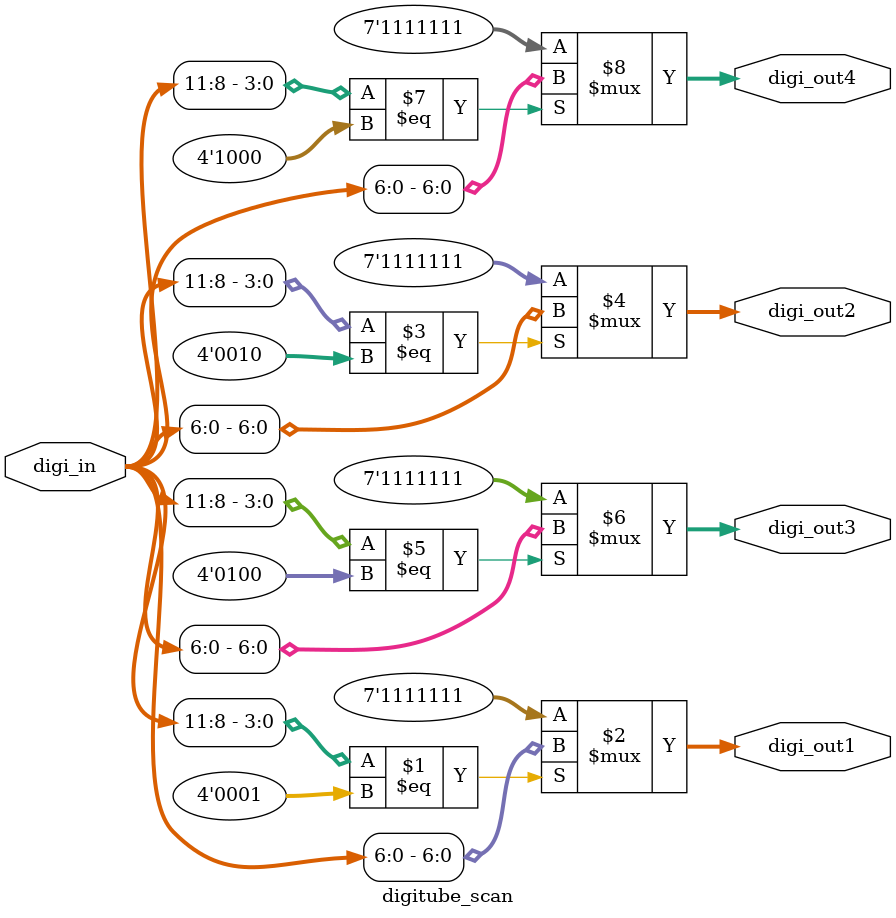
<source format=v>
module digitube_scan(digi_in,digi_out1,digi_out2,digi_out3,digi_out4);
input [11:0] digi_in;	//AN3,AN2,AN1,AN0,DP,CG,CF,CE,CD,CC,CB,CA
output [6:0] digi_out1;	//0: CG,CF,CE,CD,CC,CB,CA
output [6:0] digi_out2;	//1: CG,CF,CE,CD,CC,CB,CA
output [6:0] digi_out3;	//2: CG,CF,CE,CD,CC,CB,CA
output [6:0] digi_out4;	//3: CG,CF,CE,CD,CC,CB,CA

assign digi_out1=(digi_in[11:8]==4'b0001)?digi_in[6:0]:7'b1111111;
assign digi_out2=(digi_in[11:8]==4'b0010)?digi_in[6:0]:7'b1111111;
assign digi_out3=(digi_in[11:8]==4'b0100)?digi_in[6:0]:7'b1111111;
assign digi_out4=(digi_in[11:8]==4'b1000)?digi_in[6:0]:7'b1111111;

endmodule

</source>
